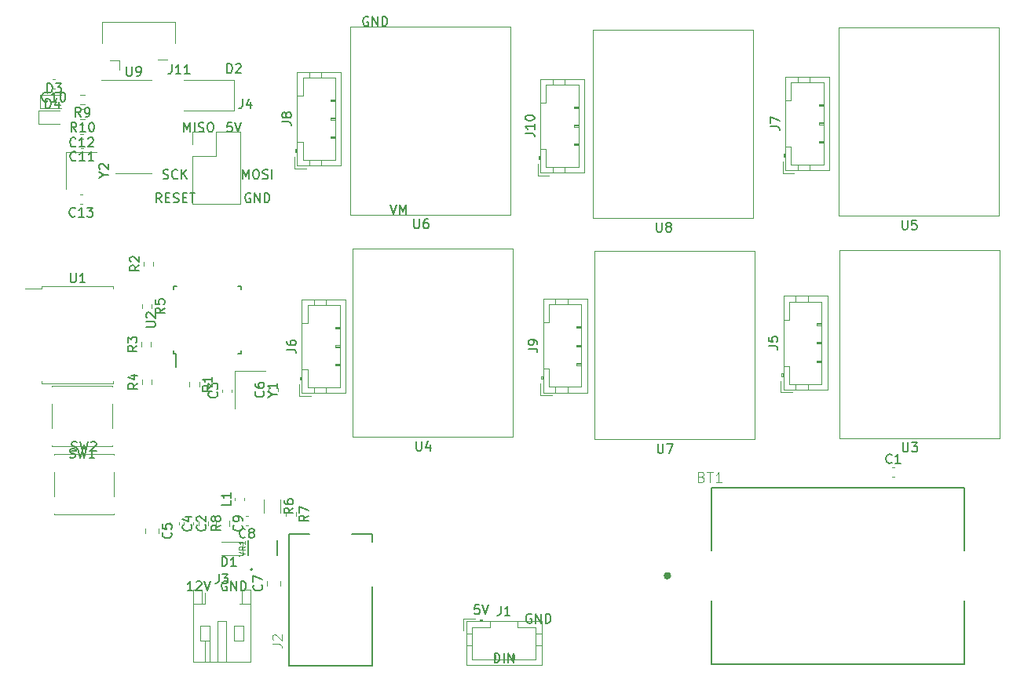
<source format=gbr>
%TF.GenerationSoftware,KiCad,Pcbnew,(5.1.9-0-10_14)*%
%TF.CreationDate,2021-07-17T11:43:53+08:00*%
%TF.ProjectId,Motor_clock,4d6f746f-725f-4636-9c6f-636b2e6b6963,rev?*%
%TF.SameCoordinates,Original*%
%TF.FileFunction,Legend,Top*%
%TF.FilePolarity,Positive*%
%FSLAX46Y46*%
G04 Gerber Fmt 4.6, Leading zero omitted, Abs format (unit mm)*
G04 Created by KiCad (PCBNEW (5.1.9-0-10_14)) date 2021-07-17 11:43:53*
%MOMM*%
%LPD*%
G01*
G04 APERTURE LIST*
%ADD10C,0.150000*%
%ADD11C,0.120000*%
%ADD12C,0.200000*%
%ADD13C,0.127000*%
%ADD14C,0.100000*%
%ADD15C,0.400000*%
%ADD16C,0.015000*%
G04 APERTURE END LIST*
D10*
X166700295Y-122385200D02*
X166605057Y-122337580D01*
X166462200Y-122337580D01*
X166319342Y-122385200D01*
X166224104Y-122480438D01*
X166176485Y-122575676D01*
X166128866Y-122766152D01*
X166128866Y-122909009D01*
X166176485Y-123099485D01*
X166224104Y-123194723D01*
X166319342Y-123289961D01*
X166462200Y-123337580D01*
X166557438Y-123337580D01*
X166700295Y-123289961D01*
X166747914Y-123242342D01*
X166747914Y-122909009D01*
X166557438Y-122909009D01*
X167176485Y-123337580D02*
X167176485Y-122337580D01*
X167747914Y-123337580D01*
X167747914Y-122337580D01*
X168224104Y-123337580D02*
X168224104Y-122337580D01*
X168462200Y-122337580D01*
X168605057Y-122385200D01*
X168700295Y-122480438D01*
X168747914Y-122575676D01*
X168795533Y-122766152D01*
X168795533Y-122909009D01*
X168747914Y-123099485D01*
X168700295Y-123194723D01*
X168605057Y-123289961D01*
X168462200Y-123337580D01*
X168224104Y-123337580D01*
X162729990Y-127579380D02*
X162729990Y-126579380D01*
X162968085Y-126579380D01*
X163110942Y-126627000D01*
X163206180Y-126722238D01*
X163253800Y-126817476D01*
X163301419Y-127007952D01*
X163301419Y-127150809D01*
X163253800Y-127341285D01*
X163206180Y-127436523D01*
X163110942Y-127531761D01*
X162968085Y-127579380D01*
X162729990Y-127579380D01*
X163729990Y-127579380D02*
X163729990Y-126579380D01*
X164206180Y-127579380D02*
X164206180Y-126579380D01*
X164777609Y-127579380D01*
X164777609Y-126579380D01*
X161099523Y-121372380D02*
X160623333Y-121372380D01*
X160575714Y-121848571D01*
X160623333Y-121800952D01*
X160718571Y-121753333D01*
X160956666Y-121753333D01*
X161051904Y-121800952D01*
X161099523Y-121848571D01*
X161147142Y-121943809D01*
X161147142Y-122181904D01*
X161099523Y-122277142D01*
X161051904Y-122324761D01*
X160956666Y-122372380D01*
X160718571Y-122372380D01*
X160623333Y-122324761D01*
X160575714Y-122277142D01*
X161432857Y-121372380D02*
X161766190Y-122372380D01*
X162099523Y-121372380D01*
X133858095Y-118880000D02*
X133762857Y-118832380D01*
X133620000Y-118832380D01*
X133477142Y-118880000D01*
X133381904Y-118975238D01*
X133334285Y-119070476D01*
X133286666Y-119260952D01*
X133286666Y-119403809D01*
X133334285Y-119594285D01*
X133381904Y-119689523D01*
X133477142Y-119784761D01*
X133620000Y-119832380D01*
X133715238Y-119832380D01*
X133858095Y-119784761D01*
X133905714Y-119737142D01*
X133905714Y-119403809D01*
X133715238Y-119403809D01*
X134334285Y-119832380D02*
X134334285Y-118832380D01*
X134905714Y-119832380D01*
X134905714Y-118832380D01*
X135381904Y-119832380D02*
X135381904Y-118832380D01*
X135620000Y-118832380D01*
X135762857Y-118880000D01*
X135858095Y-118975238D01*
X135905714Y-119070476D01*
X135953333Y-119260952D01*
X135953333Y-119403809D01*
X135905714Y-119594285D01*
X135858095Y-119689523D01*
X135762857Y-119784761D01*
X135620000Y-119832380D01*
X135381904Y-119832380D01*
X130190952Y-119832380D02*
X129619523Y-119832380D01*
X129905238Y-119832380D02*
X129905238Y-118832380D01*
X129810000Y-118975238D01*
X129714761Y-119070476D01*
X129619523Y-119118095D01*
X130571904Y-118927619D02*
X130619523Y-118880000D01*
X130714761Y-118832380D01*
X130952857Y-118832380D01*
X131048095Y-118880000D01*
X131095714Y-118927619D01*
X131143333Y-119022857D01*
X131143333Y-119118095D01*
X131095714Y-119260952D01*
X130524285Y-119832380D01*
X131143333Y-119832380D01*
X131429047Y-118832380D02*
X131762380Y-119832380D01*
X132095714Y-118832380D01*
X136398095Y-76970000D02*
X136302857Y-76922380D01*
X136160000Y-76922380D01*
X136017142Y-76970000D01*
X135921904Y-77065238D01*
X135874285Y-77160476D01*
X135826666Y-77350952D01*
X135826666Y-77493809D01*
X135874285Y-77684285D01*
X135921904Y-77779523D01*
X136017142Y-77874761D01*
X136160000Y-77922380D01*
X136255238Y-77922380D01*
X136398095Y-77874761D01*
X136445714Y-77827142D01*
X136445714Y-77493809D01*
X136255238Y-77493809D01*
X136874285Y-77922380D02*
X136874285Y-76922380D01*
X137445714Y-77922380D01*
X137445714Y-76922380D01*
X137921904Y-77922380D02*
X137921904Y-76922380D01*
X138160000Y-76922380D01*
X138302857Y-76970000D01*
X138398095Y-77065238D01*
X138445714Y-77160476D01*
X138493333Y-77350952D01*
X138493333Y-77493809D01*
X138445714Y-77684285D01*
X138398095Y-77779523D01*
X138302857Y-77874761D01*
X138160000Y-77922380D01*
X137921904Y-77922380D01*
X126817619Y-77922380D02*
X126484285Y-77446190D01*
X126246190Y-77922380D02*
X126246190Y-76922380D01*
X126627142Y-76922380D01*
X126722380Y-76970000D01*
X126770000Y-77017619D01*
X126817619Y-77112857D01*
X126817619Y-77255714D01*
X126770000Y-77350952D01*
X126722380Y-77398571D01*
X126627142Y-77446190D01*
X126246190Y-77446190D01*
X127246190Y-77398571D02*
X127579523Y-77398571D01*
X127722380Y-77922380D02*
X127246190Y-77922380D01*
X127246190Y-76922380D01*
X127722380Y-76922380D01*
X128103333Y-77874761D02*
X128246190Y-77922380D01*
X128484285Y-77922380D01*
X128579523Y-77874761D01*
X128627142Y-77827142D01*
X128674761Y-77731904D01*
X128674761Y-77636666D01*
X128627142Y-77541428D01*
X128579523Y-77493809D01*
X128484285Y-77446190D01*
X128293809Y-77398571D01*
X128198571Y-77350952D01*
X128150952Y-77303333D01*
X128103333Y-77208095D01*
X128103333Y-77112857D01*
X128150952Y-77017619D01*
X128198571Y-76970000D01*
X128293809Y-76922380D01*
X128531904Y-76922380D01*
X128674761Y-76970000D01*
X129103333Y-77398571D02*
X129436666Y-77398571D01*
X129579523Y-77922380D02*
X129103333Y-77922380D01*
X129103333Y-76922380D01*
X129579523Y-76922380D01*
X129865238Y-76922380D02*
X130436666Y-76922380D01*
X130150952Y-77922380D02*
X130150952Y-76922380D01*
X126984285Y-75334761D02*
X127127142Y-75382380D01*
X127365238Y-75382380D01*
X127460476Y-75334761D01*
X127508095Y-75287142D01*
X127555714Y-75191904D01*
X127555714Y-75096666D01*
X127508095Y-75001428D01*
X127460476Y-74953809D01*
X127365238Y-74906190D01*
X127174761Y-74858571D01*
X127079523Y-74810952D01*
X127031904Y-74763333D01*
X126984285Y-74668095D01*
X126984285Y-74572857D01*
X127031904Y-74477619D01*
X127079523Y-74430000D01*
X127174761Y-74382380D01*
X127412857Y-74382380D01*
X127555714Y-74430000D01*
X128555714Y-75287142D02*
X128508095Y-75334761D01*
X128365238Y-75382380D01*
X128270000Y-75382380D01*
X128127142Y-75334761D01*
X128031904Y-75239523D01*
X127984285Y-75144285D01*
X127936666Y-74953809D01*
X127936666Y-74810952D01*
X127984285Y-74620476D01*
X128031904Y-74525238D01*
X128127142Y-74430000D01*
X128270000Y-74382380D01*
X128365238Y-74382380D01*
X128508095Y-74430000D01*
X128555714Y-74477619D01*
X128984285Y-75382380D02*
X128984285Y-74382380D01*
X129555714Y-75382380D02*
X129127142Y-74810952D01*
X129555714Y-74382380D02*
X128984285Y-74953809D01*
X135588571Y-75382380D02*
X135588571Y-74382380D01*
X135921904Y-75096666D01*
X136255238Y-74382380D01*
X136255238Y-75382380D01*
X136921904Y-74382380D02*
X137112380Y-74382380D01*
X137207619Y-74430000D01*
X137302857Y-74525238D01*
X137350476Y-74715714D01*
X137350476Y-75049047D01*
X137302857Y-75239523D01*
X137207619Y-75334761D01*
X137112380Y-75382380D01*
X136921904Y-75382380D01*
X136826666Y-75334761D01*
X136731428Y-75239523D01*
X136683809Y-75049047D01*
X136683809Y-74715714D01*
X136731428Y-74525238D01*
X136826666Y-74430000D01*
X136921904Y-74382380D01*
X137731428Y-75334761D02*
X137874285Y-75382380D01*
X138112380Y-75382380D01*
X138207619Y-75334761D01*
X138255238Y-75287142D01*
X138302857Y-75191904D01*
X138302857Y-75096666D01*
X138255238Y-75001428D01*
X138207619Y-74953809D01*
X138112380Y-74906190D01*
X137921904Y-74858571D01*
X137826666Y-74810952D01*
X137779047Y-74763333D01*
X137731428Y-74668095D01*
X137731428Y-74572857D01*
X137779047Y-74477619D01*
X137826666Y-74430000D01*
X137921904Y-74382380D01*
X138160000Y-74382380D01*
X138302857Y-74430000D01*
X138731428Y-75382380D02*
X138731428Y-74382380D01*
X134429523Y-69302380D02*
X133953333Y-69302380D01*
X133905714Y-69778571D01*
X133953333Y-69730952D01*
X134048571Y-69683333D01*
X134286666Y-69683333D01*
X134381904Y-69730952D01*
X134429523Y-69778571D01*
X134477142Y-69873809D01*
X134477142Y-70111904D01*
X134429523Y-70207142D01*
X134381904Y-70254761D01*
X134286666Y-70302380D01*
X134048571Y-70302380D01*
X133953333Y-70254761D01*
X133905714Y-70207142D01*
X134762857Y-69302380D02*
X135096190Y-70302380D01*
X135429523Y-69302380D01*
X129238571Y-70302380D02*
X129238571Y-69302380D01*
X129571904Y-70016666D01*
X129905238Y-69302380D01*
X129905238Y-70302380D01*
X130381428Y-70302380D02*
X130381428Y-69302380D01*
X130810000Y-70254761D02*
X130952857Y-70302380D01*
X131190952Y-70302380D01*
X131286190Y-70254761D01*
X131333809Y-70207142D01*
X131381428Y-70111904D01*
X131381428Y-70016666D01*
X131333809Y-69921428D01*
X131286190Y-69873809D01*
X131190952Y-69826190D01*
X131000476Y-69778571D01*
X130905238Y-69730952D01*
X130857619Y-69683333D01*
X130810000Y-69588095D01*
X130810000Y-69492857D01*
X130857619Y-69397619D01*
X130905238Y-69350000D01*
X131000476Y-69302380D01*
X131238571Y-69302380D01*
X131381428Y-69350000D01*
X132000476Y-69302380D02*
X132190952Y-69302380D01*
X132286190Y-69350000D01*
X132381428Y-69445238D01*
X132429047Y-69635714D01*
X132429047Y-69969047D01*
X132381428Y-70159523D01*
X132286190Y-70254761D01*
X132190952Y-70302380D01*
X132000476Y-70302380D01*
X131905238Y-70254761D01*
X131810000Y-70159523D01*
X131762380Y-69969047D01*
X131762380Y-69635714D01*
X131810000Y-69445238D01*
X131905238Y-69350000D01*
X132000476Y-69302380D01*
X151495238Y-78192380D02*
X151828571Y-79192380D01*
X152161904Y-78192380D01*
X152495238Y-79192380D02*
X152495238Y-78192380D01*
X152828571Y-78906666D01*
X153161904Y-78192380D01*
X153161904Y-79192380D01*
X149098095Y-57920000D02*
X149002857Y-57872380D01*
X148860000Y-57872380D01*
X148717142Y-57920000D01*
X148621904Y-58015238D01*
X148574285Y-58110476D01*
X148526666Y-58300952D01*
X148526666Y-58443809D01*
X148574285Y-58634285D01*
X148621904Y-58729523D01*
X148717142Y-58824761D01*
X148860000Y-58872380D01*
X148955238Y-58872380D01*
X149098095Y-58824761D01*
X149145714Y-58777142D01*
X149145714Y-58443809D01*
X148955238Y-58443809D01*
X149574285Y-58872380D02*
X149574285Y-57872380D01*
X150145714Y-58872380D01*
X150145714Y-57872380D01*
X150621904Y-58872380D02*
X150621904Y-57872380D01*
X150860000Y-57872380D01*
X151002857Y-57920000D01*
X151098095Y-58015238D01*
X151145714Y-58110476D01*
X151193333Y-58300952D01*
X151193333Y-58443809D01*
X151145714Y-58634285D01*
X151098095Y-58729523D01*
X151002857Y-58824761D01*
X150860000Y-58872380D01*
X150621904Y-58872380D01*
D11*
%TO.C,R5*%
X125795300Y-88904542D02*
X125795300Y-89379058D01*
X124750300Y-88904542D02*
X124750300Y-89379058D01*
%TO.C,R2*%
X124877300Y-84780658D02*
X124877300Y-84306142D01*
X125922300Y-84780658D02*
X125922300Y-84306142D01*
%TO.C,C5*%
X126528500Y-113135248D02*
X126528500Y-113657752D01*
X125058500Y-113135248D02*
X125058500Y-113657752D01*
%TO.C,Y2*%
X116548000Y-72465000D02*
X116548000Y-76465000D01*
X119848000Y-72465000D02*
X116548000Y-72465000D01*
%TO.C,R10*%
X118538258Y-67867000D02*
X118063742Y-67867000D01*
X118538258Y-68912000D02*
X118063742Y-68912000D01*
%TO.C,R9*%
X118538258Y-66279500D02*
X118063742Y-66279500D01*
X118538258Y-67324500D02*
X118063742Y-67324500D01*
%TO.C,D4*%
X113602500Y-69442000D02*
X115887500Y-69442000D01*
X113602500Y-67972000D02*
X113602500Y-69442000D01*
X115887500Y-67972000D02*
X113602500Y-67972000D01*
%TO.C,D3*%
X113742000Y-67791000D02*
X116027000Y-67791000D01*
X113742000Y-66321000D02*
X113742000Y-67791000D01*
X116027000Y-66321000D02*
X113742000Y-66321000D01*
%TO.C,C13*%
X118301080Y-77087000D02*
X118019920Y-77087000D01*
X118301080Y-78107000D02*
X118019920Y-78107000D01*
%TO.C,C11*%
X118390580Y-71054500D02*
X118109420Y-71054500D01*
X118390580Y-72074500D02*
X118109420Y-72074500D01*
%TO.C,D2*%
X134623000Y-68007500D02*
X134623000Y-64707500D01*
X134623000Y-64707500D02*
X129223000Y-64707500D01*
X134623000Y-68007500D02*
X129223000Y-68007500D01*
%TO.C,Y1*%
X134709000Y-96150500D02*
X134709000Y-100150500D01*
X138009000Y-96150500D02*
X134709000Y-96150500D01*
D12*
%TO.C,VR1*%
X136634000Y-117574000D02*
G75*
G03*
X136634000Y-117574000I-100000J0D01*
G01*
D13*
X139299000Y-115974000D02*
X139299000Y-114374000D01*
X136169000Y-115974000D02*
X136169000Y-114374000D01*
D11*
%TO.C,U9*%
X123826500Y-64663000D02*
X120376500Y-64663000D01*
X123826500Y-64663000D02*
X125776500Y-64663000D01*
X123826500Y-74783000D02*
X121876500Y-74783000D01*
X123826500Y-74783000D02*
X125776500Y-74783000D01*
D10*
%TO.C,U2*%
X128362500Y-94239500D02*
X128362500Y-95664500D01*
X128137500Y-86989500D02*
X128137500Y-87314500D01*
X135387500Y-86989500D02*
X135387500Y-87314500D01*
X135387500Y-94239500D02*
X135387500Y-93914500D01*
X128137500Y-94239500D02*
X128137500Y-93914500D01*
X135387500Y-94239500D02*
X135062500Y-94239500D01*
X135387500Y-86989500D02*
X135062500Y-86989500D01*
X128137500Y-86989500D02*
X128462500Y-86989500D01*
X128137500Y-94239500D02*
X128362500Y-94239500D01*
D11*
%TO.C,U1*%
X113918000Y-87197000D02*
X112103000Y-87197000D01*
X113918000Y-86942000D02*
X113918000Y-87197000D01*
X117778000Y-86942000D02*
X113918000Y-86942000D01*
X121638000Y-86942000D02*
X121638000Y-87197000D01*
X117778000Y-86942000D02*
X121638000Y-86942000D01*
X113918000Y-97462000D02*
X113918000Y-97207000D01*
X117778000Y-97462000D02*
X113918000Y-97462000D01*
X121638000Y-97462000D02*
X121638000Y-97207000D01*
X117778000Y-97462000D02*
X121638000Y-97462000D01*
%TO.C,SW2*%
X115223000Y-111588500D02*
X121683000Y-111588500D01*
X115223000Y-107058500D02*
X115223000Y-109658500D01*
X115223000Y-105128500D02*
X121683000Y-105128500D01*
X121683000Y-107058500D02*
X121683000Y-109658500D01*
X115223000Y-105158500D02*
X115223000Y-105128500D01*
X115223000Y-111588500D02*
X115223000Y-111558500D01*
X121683000Y-111588500D02*
X121683000Y-111558500D01*
X121683000Y-105128500D02*
X121683000Y-105158500D01*
%TO.C,SW1*%
X121492500Y-97762500D02*
X115032500Y-97762500D01*
X121492500Y-102292500D02*
X121492500Y-99692500D01*
X121492500Y-104222500D02*
X115032500Y-104222500D01*
X115032500Y-102292500D02*
X115032500Y-99692500D01*
X121492500Y-104192500D02*
X121492500Y-104222500D01*
X121492500Y-97762500D02*
X121492500Y-97792500D01*
X115032500Y-97762500D02*
X115032500Y-97792500D01*
X115032500Y-104222500D02*
X115032500Y-104192500D01*
%TO.C,R8*%
X130795500Y-112348742D02*
X130795500Y-112823258D01*
X131840500Y-112348742D02*
X131840500Y-112823258D01*
%TO.C,R7*%
X140257000Y-111332742D02*
X140257000Y-111807258D01*
X141302000Y-111332742D02*
X141302000Y-111807258D01*
%TO.C,R6*%
X137837500Y-110014936D02*
X137837500Y-111469064D01*
X139657500Y-110014936D02*
X139657500Y-111469064D01*
%TO.C,R4*%
X125744500Y-97518758D02*
X125744500Y-97044242D01*
X124699500Y-97518758D02*
X124699500Y-97044242D01*
%TO.C,R3*%
X125681000Y-93454758D02*
X125681000Y-92980242D01*
X124636000Y-93454758D02*
X124636000Y-92980242D01*
%TO.C,R1*%
X129843000Y-97298742D02*
X129843000Y-97773258D01*
X130888000Y-97298742D02*
X130888000Y-97773258D01*
%TO.C,L1*%
X135765000Y-110119279D02*
X135765000Y-109793721D01*
X134745000Y-110119279D02*
X134745000Y-109793721D01*
D14*
%TO.C,J11*%
X120395500Y-58449000D02*
X120395500Y-60749000D01*
X128295500Y-58449000D02*
X120395500Y-58449000D01*
X128295500Y-60749000D02*
X128295500Y-58449000D01*
X126409976Y-62537539D02*
X127409976Y-62537539D01*
X122295500Y-63599000D02*
X122295500Y-62549000D01*
X122295500Y-62549000D02*
X121295500Y-62549000D01*
D11*
%TO.C,J10*%
X167371500Y-75004000D02*
X168621500Y-75004000D01*
X167371500Y-73754000D02*
X167371500Y-75004000D01*
X171781500Y-67644000D02*
X171281500Y-67644000D01*
X171281500Y-67544000D02*
X171781500Y-67544000D01*
X171281500Y-67744000D02*
X171281500Y-67544000D01*
X171781500Y-67744000D02*
X171281500Y-67744000D01*
X171781500Y-69644000D02*
X171281500Y-69644000D01*
X171281500Y-69544000D02*
X171781500Y-69544000D01*
X171281500Y-69744000D02*
X171281500Y-69544000D01*
X171781500Y-69744000D02*
X171281500Y-69744000D01*
X171781500Y-71644000D02*
X171281500Y-71644000D01*
X171281500Y-71544000D02*
X171781500Y-71544000D01*
X171281500Y-71744000D02*
X171281500Y-71544000D01*
X171781500Y-71744000D02*
X171281500Y-71744000D01*
X170281500Y-64584000D02*
X170281500Y-65194000D01*
X168981500Y-64584000D02*
X168981500Y-65194000D01*
X170281500Y-74704000D02*
X170281500Y-74094000D01*
X168981500Y-74704000D02*
X168981500Y-74094000D01*
X168281500Y-67144000D02*
X167671500Y-67144000D01*
X168281500Y-65194000D02*
X168281500Y-67144000D01*
X171781500Y-65194000D02*
X168281500Y-65194000D01*
X171781500Y-74094000D02*
X171781500Y-65194000D01*
X168281500Y-74094000D02*
X171781500Y-74094000D01*
X168281500Y-72144000D02*
X168281500Y-74094000D01*
X167671500Y-72144000D02*
X168281500Y-72144000D01*
X167571500Y-72944000D02*
X167571500Y-73244000D01*
X167471500Y-73244000D02*
X167671500Y-73244000D01*
X167471500Y-72944000D02*
X167471500Y-73244000D01*
X167671500Y-72944000D02*
X167471500Y-72944000D01*
X167671500Y-64584000D02*
X167671500Y-74704000D01*
X172391500Y-64584000D02*
X167671500Y-64584000D01*
X172391500Y-74704000D02*
X172391500Y-64584000D01*
X167671500Y-74704000D02*
X172391500Y-74704000D01*
%TO.C,J9*%
X167689000Y-98753000D02*
X168939000Y-98753000D01*
X167689000Y-97503000D02*
X167689000Y-98753000D01*
X172099000Y-91393000D02*
X171599000Y-91393000D01*
X171599000Y-91293000D02*
X172099000Y-91293000D01*
X171599000Y-91493000D02*
X171599000Y-91293000D01*
X172099000Y-91493000D02*
X171599000Y-91493000D01*
X172099000Y-93393000D02*
X171599000Y-93393000D01*
X171599000Y-93293000D02*
X172099000Y-93293000D01*
X171599000Y-93493000D02*
X171599000Y-93293000D01*
X172099000Y-93493000D02*
X171599000Y-93493000D01*
X172099000Y-95393000D02*
X171599000Y-95393000D01*
X171599000Y-95293000D02*
X172099000Y-95293000D01*
X171599000Y-95493000D02*
X171599000Y-95293000D01*
X172099000Y-95493000D02*
X171599000Y-95493000D01*
X170599000Y-88333000D02*
X170599000Y-88943000D01*
X169299000Y-88333000D02*
X169299000Y-88943000D01*
X170599000Y-98453000D02*
X170599000Y-97843000D01*
X169299000Y-98453000D02*
X169299000Y-97843000D01*
X168599000Y-90893000D02*
X167989000Y-90893000D01*
X168599000Y-88943000D02*
X168599000Y-90893000D01*
X172099000Y-88943000D02*
X168599000Y-88943000D01*
X172099000Y-97843000D02*
X172099000Y-88943000D01*
X168599000Y-97843000D02*
X172099000Y-97843000D01*
X168599000Y-95893000D02*
X168599000Y-97843000D01*
X167989000Y-95893000D02*
X168599000Y-95893000D01*
X167889000Y-96693000D02*
X167889000Y-96993000D01*
X167789000Y-96993000D02*
X167989000Y-96993000D01*
X167789000Y-96693000D02*
X167789000Y-96993000D01*
X167989000Y-96693000D02*
X167789000Y-96693000D01*
X167989000Y-88333000D02*
X167989000Y-98453000D01*
X172709000Y-88333000D02*
X167989000Y-88333000D01*
X172709000Y-98453000D02*
X172709000Y-88333000D01*
X167989000Y-98453000D02*
X172709000Y-98453000D01*
%TO.C,J8*%
X141146000Y-74242000D02*
X142396000Y-74242000D01*
X141146000Y-72992000D02*
X141146000Y-74242000D01*
X145556000Y-66882000D02*
X145056000Y-66882000D01*
X145056000Y-66782000D02*
X145556000Y-66782000D01*
X145056000Y-66982000D02*
X145056000Y-66782000D01*
X145556000Y-66982000D02*
X145056000Y-66982000D01*
X145556000Y-68882000D02*
X145056000Y-68882000D01*
X145056000Y-68782000D02*
X145556000Y-68782000D01*
X145056000Y-68982000D02*
X145056000Y-68782000D01*
X145556000Y-68982000D02*
X145056000Y-68982000D01*
X145556000Y-70882000D02*
X145056000Y-70882000D01*
X145056000Y-70782000D02*
X145556000Y-70782000D01*
X145056000Y-70982000D02*
X145056000Y-70782000D01*
X145556000Y-70982000D02*
X145056000Y-70982000D01*
X144056000Y-63822000D02*
X144056000Y-64432000D01*
X142756000Y-63822000D02*
X142756000Y-64432000D01*
X144056000Y-73942000D02*
X144056000Y-73332000D01*
X142756000Y-73942000D02*
X142756000Y-73332000D01*
X142056000Y-66382000D02*
X141446000Y-66382000D01*
X142056000Y-64432000D02*
X142056000Y-66382000D01*
X145556000Y-64432000D02*
X142056000Y-64432000D01*
X145556000Y-73332000D02*
X145556000Y-64432000D01*
X142056000Y-73332000D02*
X145556000Y-73332000D01*
X142056000Y-71382000D02*
X142056000Y-73332000D01*
X141446000Y-71382000D02*
X142056000Y-71382000D01*
X141346000Y-72182000D02*
X141346000Y-72482000D01*
X141246000Y-72482000D02*
X141446000Y-72482000D01*
X141246000Y-72182000D02*
X141246000Y-72482000D01*
X141446000Y-72182000D02*
X141246000Y-72182000D01*
X141446000Y-63822000D02*
X141446000Y-73942000D01*
X146166000Y-63822000D02*
X141446000Y-63822000D01*
X146166000Y-73942000D02*
X146166000Y-63822000D01*
X141446000Y-73942000D02*
X146166000Y-73942000D01*
%TO.C,J7*%
X193787500Y-74750000D02*
X195037500Y-74750000D01*
X193787500Y-73500000D02*
X193787500Y-74750000D01*
X198197500Y-67390000D02*
X197697500Y-67390000D01*
X197697500Y-67290000D02*
X198197500Y-67290000D01*
X197697500Y-67490000D02*
X197697500Y-67290000D01*
X198197500Y-67490000D02*
X197697500Y-67490000D01*
X198197500Y-69390000D02*
X197697500Y-69390000D01*
X197697500Y-69290000D02*
X198197500Y-69290000D01*
X197697500Y-69490000D02*
X197697500Y-69290000D01*
X198197500Y-69490000D02*
X197697500Y-69490000D01*
X198197500Y-71390000D02*
X197697500Y-71390000D01*
X197697500Y-71290000D02*
X198197500Y-71290000D01*
X197697500Y-71490000D02*
X197697500Y-71290000D01*
X198197500Y-71490000D02*
X197697500Y-71490000D01*
X196697500Y-64330000D02*
X196697500Y-64940000D01*
X195397500Y-64330000D02*
X195397500Y-64940000D01*
X196697500Y-74450000D02*
X196697500Y-73840000D01*
X195397500Y-74450000D02*
X195397500Y-73840000D01*
X194697500Y-66890000D02*
X194087500Y-66890000D01*
X194697500Y-64940000D02*
X194697500Y-66890000D01*
X198197500Y-64940000D02*
X194697500Y-64940000D01*
X198197500Y-73840000D02*
X198197500Y-64940000D01*
X194697500Y-73840000D02*
X198197500Y-73840000D01*
X194697500Y-71890000D02*
X194697500Y-73840000D01*
X194087500Y-71890000D02*
X194697500Y-71890000D01*
X193987500Y-72690000D02*
X193987500Y-72990000D01*
X193887500Y-72990000D02*
X194087500Y-72990000D01*
X193887500Y-72690000D02*
X193887500Y-72990000D01*
X194087500Y-72690000D02*
X193887500Y-72690000D01*
X194087500Y-64330000D02*
X194087500Y-74450000D01*
X198807500Y-64330000D02*
X194087500Y-64330000D01*
X198807500Y-74450000D02*
X198807500Y-64330000D01*
X194087500Y-74450000D02*
X198807500Y-74450000D01*
%TO.C,J6*%
X141654000Y-98816500D02*
X142904000Y-98816500D01*
X141654000Y-97566500D02*
X141654000Y-98816500D01*
X146064000Y-91456500D02*
X145564000Y-91456500D01*
X145564000Y-91356500D02*
X146064000Y-91356500D01*
X145564000Y-91556500D02*
X145564000Y-91356500D01*
X146064000Y-91556500D02*
X145564000Y-91556500D01*
X146064000Y-93456500D02*
X145564000Y-93456500D01*
X145564000Y-93356500D02*
X146064000Y-93356500D01*
X145564000Y-93556500D02*
X145564000Y-93356500D01*
X146064000Y-93556500D02*
X145564000Y-93556500D01*
X146064000Y-95456500D02*
X145564000Y-95456500D01*
X145564000Y-95356500D02*
X146064000Y-95356500D01*
X145564000Y-95556500D02*
X145564000Y-95356500D01*
X146064000Y-95556500D02*
X145564000Y-95556500D01*
X144564000Y-88396500D02*
X144564000Y-89006500D01*
X143264000Y-88396500D02*
X143264000Y-89006500D01*
X144564000Y-98516500D02*
X144564000Y-97906500D01*
X143264000Y-98516500D02*
X143264000Y-97906500D01*
X142564000Y-90956500D02*
X141954000Y-90956500D01*
X142564000Y-89006500D02*
X142564000Y-90956500D01*
X146064000Y-89006500D02*
X142564000Y-89006500D01*
X146064000Y-97906500D02*
X146064000Y-89006500D01*
X142564000Y-97906500D02*
X146064000Y-97906500D01*
X142564000Y-95956500D02*
X142564000Y-97906500D01*
X141954000Y-95956500D02*
X142564000Y-95956500D01*
X141854000Y-96756500D02*
X141854000Y-97056500D01*
X141754000Y-97056500D02*
X141954000Y-97056500D01*
X141754000Y-96756500D02*
X141754000Y-97056500D01*
X141954000Y-96756500D02*
X141754000Y-96756500D01*
X141954000Y-88396500D02*
X141954000Y-98516500D01*
X146674000Y-88396500D02*
X141954000Y-88396500D01*
X146674000Y-98516500D02*
X146674000Y-88396500D01*
X141954000Y-98516500D02*
X146674000Y-98516500D01*
%TO.C,J5*%
X193597000Y-98435500D02*
X194847000Y-98435500D01*
X193597000Y-97185500D02*
X193597000Y-98435500D01*
X198007000Y-91075500D02*
X197507000Y-91075500D01*
X197507000Y-90975500D02*
X198007000Y-90975500D01*
X197507000Y-91175500D02*
X197507000Y-90975500D01*
X198007000Y-91175500D02*
X197507000Y-91175500D01*
X198007000Y-93075500D02*
X197507000Y-93075500D01*
X197507000Y-92975500D02*
X198007000Y-92975500D01*
X197507000Y-93175500D02*
X197507000Y-92975500D01*
X198007000Y-93175500D02*
X197507000Y-93175500D01*
X198007000Y-95075500D02*
X197507000Y-95075500D01*
X197507000Y-94975500D02*
X198007000Y-94975500D01*
X197507000Y-95175500D02*
X197507000Y-94975500D01*
X198007000Y-95175500D02*
X197507000Y-95175500D01*
X196507000Y-88015500D02*
X196507000Y-88625500D01*
X195207000Y-88015500D02*
X195207000Y-88625500D01*
X196507000Y-98135500D02*
X196507000Y-97525500D01*
X195207000Y-98135500D02*
X195207000Y-97525500D01*
X194507000Y-90575500D02*
X193897000Y-90575500D01*
X194507000Y-88625500D02*
X194507000Y-90575500D01*
X198007000Y-88625500D02*
X194507000Y-88625500D01*
X198007000Y-97525500D02*
X198007000Y-88625500D01*
X194507000Y-97525500D02*
X198007000Y-97525500D01*
X194507000Y-95575500D02*
X194507000Y-97525500D01*
X193897000Y-95575500D02*
X194507000Y-95575500D01*
X193797000Y-96375500D02*
X193797000Y-96675500D01*
X193697000Y-96675500D02*
X193897000Y-96675500D01*
X193697000Y-96375500D02*
X193697000Y-96675500D01*
X193897000Y-96375500D02*
X193697000Y-96375500D01*
X193897000Y-88015500D02*
X193897000Y-98135500D01*
X198617000Y-88015500D02*
X193897000Y-88015500D01*
X198617000Y-98135500D02*
X198617000Y-88015500D01*
X193897000Y-98135500D02*
X198617000Y-98135500D01*
%TO.C,J4*%
X130115000Y-70298000D02*
X131445000Y-70298000D01*
X130115000Y-71628000D02*
X130115000Y-70298000D01*
X132715000Y-70298000D02*
X135315000Y-70298000D01*
X132715000Y-72898000D02*
X132715000Y-70298000D01*
X130115000Y-72898000D02*
X132715000Y-72898000D01*
X135315000Y-70298000D02*
X135315000Y-78038000D01*
X130115000Y-72898000D02*
X130115000Y-78038000D01*
X130115000Y-78038000D02*
X135315000Y-78038000D01*
%TO.C,J3*%
X131474000Y-121298000D02*
X131474000Y-120083000D01*
X131534000Y-125258000D02*
X131534000Y-127518000D01*
X132034000Y-125258000D02*
X132034000Y-127518000D01*
X134634000Y-123658000D02*
X135634000Y-123658000D01*
X134634000Y-125258000D02*
X134634000Y-123658000D01*
X135634000Y-125258000D02*
X134634000Y-125258000D01*
X135634000Y-123658000D02*
X135634000Y-125258000D01*
X132034000Y-123658000D02*
X131034000Y-123658000D01*
X132034000Y-125258000D02*
X132034000Y-123658000D01*
X131034000Y-125258000D02*
X132034000Y-125258000D01*
X131034000Y-123658000D02*
X131034000Y-125258000D01*
X136394000Y-121298000D02*
X135474000Y-121298000D01*
X130274000Y-121298000D02*
X131194000Y-121298000D01*
X133834000Y-123158000D02*
X133834000Y-127518000D01*
X132834000Y-123158000D02*
X133834000Y-123158000D01*
X132834000Y-127518000D02*
X132834000Y-123158000D01*
X135474000Y-121298000D02*
X135194000Y-121298000D01*
X135474000Y-119698000D02*
X135474000Y-121298000D01*
X136394000Y-119698000D02*
X135474000Y-119698000D01*
X136394000Y-127518000D02*
X136394000Y-119698000D01*
X130274000Y-127518000D02*
X136394000Y-127518000D01*
X130274000Y-119698000D02*
X130274000Y-127518000D01*
X131194000Y-119698000D02*
X130274000Y-119698000D01*
X131194000Y-121298000D02*
X131194000Y-119698000D01*
X131474000Y-121298000D02*
X131194000Y-121298000D01*
%TO.C,J1*%
X159375000Y-122858000D02*
X159375000Y-124108000D01*
X160625000Y-122858000D02*
X159375000Y-122858000D01*
X164735000Y-127268000D02*
X164735000Y-126768000D01*
X164835000Y-126768000D02*
X164835000Y-127268000D01*
X164635000Y-126768000D02*
X164835000Y-126768000D01*
X164635000Y-127268000D02*
X164635000Y-126768000D01*
X162735000Y-127268000D02*
X162735000Y-126768000D01*
X162835000Y-126768000D02*
X162835000Y-127268000D01*
X162635000Y-126768000D02*
X162835000Y-126768000D01*
X162635000Y-127268000D02*
X162635000Y-126768000D01*
X167795000Y-125768000D02*
X167185000Y-125768000D01*
X167795000Y-124468000D02*
X167185000Y-124468000D01*
X159675000Y-125768000D02*
X160285000Y-125768000D01*
X159675000Y-124468000D02*
X160285000Y-124468000D01*
X165235000Y-123768000D02*
X165235000Y-123158000D01*
X167185000Y-123768000D02*
X165235000Y-123768000D01*
X167185000Y-127268000D02*
X167185000Y-123768000D01*
X160285000Y-127268000D02*
X167185000Y-127268000D01*
X160285000Y-123768000D02*
X160285000Y-127268000D01*
X162235000Y-123768000D02*
X160285000Y-123768000D01*
X162235000Y-123158000D02*
X162235000Y-123768000D01*
X161435000Y-123058000D02*
X161135000Y-123058000D01*
X161135000Y-122958000D02*
X161135000Y-123158000D01*
X161435000Y-122958000D02*
X161135000Y-122958000D01*
X161435000Y-123158000D02*
X161435000Y-122958000D01*
X167795000Y-123158000D02*
X159675000Y-123158000D01*
X167795000Y-127878000D02*
X167795000Y-123158000D01*
X159675000Y-127878000D02*
X167795000Y-127878000D01*
X159675000Y-123158000D02*
X159675000Y-127878000D01*
%TO.C,D1*%
X135571500Y-114581000D02*
X133286500Y-114581000D01*
X135571500Y-116051000D02*
X135571500Y-114581000D01*
X133286500Y-116051000D02*
X135571500Y-116051000D01*
%TO.C,C12*%
X118364580Y-69530500D02*
X118083420Y-69530500D01*
X118364580Y-70550500D02*
X118083420Y-70550500D01*
%TO.C,C10*%
X115342580Y-64641000D02*
X115061420Y-64641000D01*
X115342580Y-65661000D02*
X115061420Y-65661000D01*
%TO.C,C9*%
X132678500Y-112326748D02*
X132678500Y-112849252D01*
X134148500Y-112326748D02*
X134148500Y-112849252D01*
%TO.C,C8*%
X136170580Y-111758000D02*
X135889420Y-111758000D01*
X136170580Y-112778000D02*
X135889420Y-112778000D01*
%TO.C,C7*%
X139673000Y-119321252D02*
X139673000Y-118798748D01*
X138203000Y-119321252D02*
X138203000Y-118798748D01*
%TO.C,C6*%
X139384500Y-98298580D02*
X139384500Y-98017420D01*
X138364500Y-98298580D02*
X138364500Y-98017420D01*
%TO.C,C4*%
X127696500Y-112431920D02*
X127696500Y-112713080D01*
X128716500Y-112431920D02*
X128716500Y-112713080D01*
%TO.C,C3*%
X134368000Y-98388080D02*
X134368000Y-98106920D01*
X133348000Y-98388080D02*
X133348000Y-98106920D01*
%TO.C,C2*%
X129220500Y-112431920D02*
X129220500Y-112713080D01*
X130240500Y-112431920D02*
X130240500Y-112713080D01*
%TO.C,C1*%
X205586420Y-107571000D02*
X205867580Y-107571000D01*
X205586420Y-106551000D02*
X205867580Y-106551000D01*
D15*
%TO.C,BT1*%
X181570000Y-118237000D02*
G75*
G03*
X181570000Y-118237000I-200000J0D01*
G01*
D13*
X186095000Y-127762000D02*
X186095000Y-120957000D01*
X213395000Y-127762000D02*
X186095000Y-127762000D01*
X213395000Y-120957000D02*
X213395000Y-127762000D01*
X213395000Y-108712000D02*
X213395000Y-115517000D01*
X186095000Y-108712000D02*
X213395000Y-108712000D01*
X186095000Y-115517000D02*
X186095000Y-108712000D01*
D11*
%TO.C,U3*%
X217170000Y-103378000D02*
X199898000Y-103378000D01*
X199898000Y-103378000D02*
X199898000Y-83058000D01*
X199898000Y-83058000D02*
X217170000Y-83058000D01*
X217170000Y-83058000D02*
X217170000Y-103378000D01*
%TO.C,U4*%
X164719000Y-103251000D02*
X147447000Y-103251000D01*
X147447000Y-103251000D02*
X147447000Y-82931000D01*
X147447000Y-82931000D02*
X164719000Y-82931000D01*
X164719000Y-82931000D02*
X164719000Y-103251000D01*
%TO.C,U5*%
X217106500Y-59055000D02*
X217106500Y-79375000D01*
X199834500Y-59055000D02*
X217106500Y-59055000D01*
X199834500Y-79375000D02*
X199834500Y-59055000D01*
X217106500Y-79375000D02*
X199834500Y-79375000D01*
%TO.C,U6*%
X164465000Y-58928000D02*
X164465000Y-79248000D01*
X147193000Y-58928000D02*
X164465000Y-58928000D01*
X147193000Y-79248000D02*
X147193000Y-58928000D01*
X164465000Y-79248000D02*
X147193000Y-79248000D01*
%TO.C,U7*%
X190754000Y-103505000D02*
X173482000Y-103505000D01*
X173482000Y-103505000D02*
X173482000Y-83185000D01*
X173482000Y-83185000D02*
X190754000Y-83185000D01*
X190754000Y-83185000D02*
X190754000Y-103505000D01*
%TO.C,U8*%
X190627000Y-59309000D02*
X190627000Y-79629000D01*
X173355000Y-59309000D02*
X190627000Y-59309000D01*
X173355000Y-79629000D02*
X173355000Y-59309000D01*
X190627000Y-79629000D02*
X173355000Y-79629000D01*
D13*
%TO.C,J2*%
X149534000Y-127990500D02*
X140534000Y-127990500D01*
X149534000Y-119390500D02*
X149534000Y-127990500D01*
X149534000Y-113690500D02*
X149534000Y-114590500D01*
X147334000Y-113690500D02*
X149534000Y-113690500D01*
X140534000Y-113690500D02*
X142734000Y-113690500D01*
X140534000Y-127990500D02*
X140534000Y-113690500D01*
%TO.C,R5*%
D10*
X127155180Y-89308466D02*
X126678990Y-89641800D01*
X127155180Y-89879895D02*
X126155180Y-89879895D01*
X126155180Y-89498942D01*
X126202800Y-89403704D01*
X126250419Y-89356085D01*
X126345657Y-89308466D01*
X126488514Y-89308466D01*
X126583752Y-89356085D01*
X126631371Y-89403704D01*
X126678990Y-89498942D01*
X126678990Y-89879895D01*
X126155180Y-88403704D02*
X126155180Y-88879895D01*
X126631371Y-88927514D01*
X126583752Y-88879895D01*
X126536133Y-88784657D01*
X126536133Y-88546561D01*
X126583752Y-88451323D01*
X126631371Y-88403704D01*
X126726609Y-88356085D01*
X126964704Y-88356085D01*
X127059942Y-88403704D01*
X127107561Y-88451323D01*
X127155180Y-88546561D01*
X127155180Y-88784657D01*
X127107561Y-88879895D01*
X127059942Y-88927514D01*
%TO.C,R2*%
X124422180Y-84710066D02*
X123945990Y-85043400D01*
X124422180Y-85281495D02*
X123422180Y-85281495D01*
X123422180Y-84900542D01*
X123469800Y-84805304D01*
X123517419Y-84757685D01*
X123612657Y-84710066D01*
X123755514Y-84710066D01*
X123850752Y-84757685D01*
X123898371Y-84805304D01*
X123945990Y-84900542D01*
X123945990Y-85281495D01*
X123517419Y-84329114D02*
X123469800Y-84281495D01*
X123422180Y-84186257D01*
X123422180Y-83948161D01*
X123469800Y-83852923D01*
X123517419Y-83805304D01*
X123612657Y-83757685D01*
X123707895Y-83757685D01*
X123850752Y-83805304D01*
X124422180Y-84376733D01*
X124422180Y-83757685D01*
%TO.C,C5*%
X127830642Y-113563166D02*
X127878261Y-113610785D01*
X127925880Y-113753642D01*
X127925880Y-113848880D01*
X127878261Y-113991738D01*
X127783023Y-114086976D01*
X127687785Y-114134595D01*
X127497309Y-114182214D01*
X127354452Y-114182214D01*
X127163976Y-114134595D01*
X127068738Y-114086976D01*
X126973500Y-113991738D01*
X126925880Y-113848880D01*
X126925880Y-113753642D01*
X126973500Y-113610785D01*
X127021119Y-113563166D01*
X126925880Y-112658404D02*
X126925880Y-113134595D01*
X127402071Y-113182214D01*
X127354452Y-113134595D01*
X127306833Y-113039357D01*
X127306833Y-112801261D01*
X127354452Y-112706023D01*
X127402071Y-112658404D01*
X127497309Y-112610785D01*
X127735404Y-112610785D01*
X127830642Y-112658404D01*
X127878261Y-112706023D01*
X127925880Y-112801261D01*
X127925880Y-113039357D01*
X127878261Y-113134595D01*
X127830642Y-113182214D01*
%TO.C,Y2*%
X120624190Y-74941190D02*
X121100380Y-74941190D01*
X120100380Y-75274523D02*
X120624190Y-74941190D01*
X120100380Y-74607857D01*
X120195619Y-74322142D02*
X120148000Y-74274523D01*
X120100380Y-74179285D01*
X120100380Y-73941190D01*
X120148000Y-73845952D01*
X120195619Y-73798333D01*
X120290857Y-73750714D01*
X120386095Y-73750714D01*
X120528952Y-73798333D01*
X121100380Y-74369761D01*
X121100380Y-73750714D01*
%TO.C,R10*%
X117658142Y-70271880D02*
X117324809Y-69795690D01*
X117086714Y-70271880D02*
X117086714Y-69271880D01*
X117467666Y-69271880D01*
X117562904Y-69319500D01*
X117610523Y-69367119D01*
X117658142Y-69462357D01*
X117658142Y-69605214D01*
X117610523Y-69700452D01*
X117562904Y-69748071D01*
X117467666Y-69795690D01*
X117086714Y-69795690D01*
X118610523Y-70271880D02*
X118039095Y-70271880D01*
X118324809Y-70271880D02*
X118324809Y-69271880D01*
X118229571Y-69414738D01*
X118134333Y-69509976D01*
X118039095Y-69557595D01*
X119229571Y-69271880D02*
X119324809Y-69271880D01*
X119420047Y-69319500D01*
X119467666Y-69367119D01*
X119515285Y-69462357D01*
X119562904Y-69652833D01*
X119562904Y-69890928D01*
X119515285Y-70081404D01*
X119467666Y-70176642D01*
X119420047Y-70224261D01*
X119324809Y-70271880D01*
X119229571Y-70271880D01*
X119134333Y-70224261D01*
X119086714Y-70176642D01*
X119039095Y-70081404D01*
X118991476Y-69890928D01*
X118991476Y-69652833D01*
X119039095Y-69462357D01*
X119086714Y-69367119D01*
X119134333Y-69319500D01*
X119229571Y-69271880D01*
%TO.C,R9*%
X118134333Y-68684380D02*
X117801000Y-68208190D01*
X117562904Y-68684380D02*
X117562904Y-67684380D01*
X117943857Y-67684380D01*
X118039095Y-67732000D01*
X118086714Y-67779619D01*
X118134333Y-67874857D01*
X118134333Y-68017714D01*
X118086714Y-68112952D01*
X118039095Y-68160571D01*
X117943857Y-68208190D01*
X117562904Y-68208190D01*
X118610523Y-68684380D02*
X118801000Y-68684380D01*
X118896238Y-68636761D01*
X118943857Y-68589142D01*
X119039095Y-68446285D01*
X119086714Y-68255809D01*
X119086714Y-67874857D01*
X119039095Y-67779619D01*
X118991476Y-67732000D01*
X118896238Y-67684380D01*
X118705761Y-67684380D01*
X118610523Y-67732000D01*
X118562904Y-67779619D01*
X118515285Y-67874857D01*
X118515285Y-68112952D01*
X118562904Y-68208190D01*
X118610523Y-68255809D01*
X118705761Y-68303428D01*
X118896238Y-68303428D01*
X118991476Y-68255809D01*
X119039095Y-68208190D01*
X119086714Y-68112952D01*
%TO.C,D4*%
X114349404Y-67729380D02*
X114349404Y-66729380D01*
X114587500Y-66729380D01*
X114730357Y-66777000D01*
X114825595Y-66872238D01*
X114873214Y-66967476D01*
X114920833Y-67157952D01*
X114920833Y-67300809D01*
X114873214Y-67491285D01*
X114825595Y-67586523D01*
X114730357Y-67681761D01*
X114587500Y-67729380D01*
X114349404Y-67729380D01*
X115777976Y-67062714D02*
X115777976Y-67729380D01*
X115539880Y-66681761D02*
X115301785Y-67396047D01*
X115920833Y-67396047D01*
%TO.C,D3*%
X114488904Y-66078380D02*
X114488904Y-65078380D01*
X114727000Y-65078380D01*
X114869857Y-65126000D01*
X114965095Y-65221238D01*
X115012714Y-65316476D01*
X115060333Y-65506952D01*
X115060333Y-65649809D01*
X115012714Y-65840285D01*
X114965095Y-65935523D01*
X114869857Y-66030761D01*
X114727000Y-66078380D01*
X114488904Y-66078380D01*
X115393666Y-65078380D02*
X116012714Y-65078380D01*
X115679380Y-65459333D01*
X115822238Y-65459333D01*
X115917476Y-65506952D01*
X115965095Y-65554571D01*
X116012714Y-65649809D01*
X116012714Y-65887904D01*
X115965095Y-65983142D01*
X115917476Y-66030761D01*
X115822238Y-66078380D01*
X115536523Y-66078380D01*
X115441285Y-66030761D01*
X115393666Y-65983142D01*
%TO.C,C13*%
X117517642Y-79384142D02*
X117470023Y-79431761D01*
X117327166Y-79479380D01*
X117231928Y-79479380D01*
X117089071Y-79431761D01*
X116993833Y-79336523D01*
X116946214Y-79241285D01*
X116898595Y-79050809D01*
X116898595Y-78907952D01*
X116946214Y-78717476D01*
X116993833Y-78622238D01*
X117089071Y-78527000D01*
X117231928Y-78479380D01*
X117327166Y-78479380D01*
X117470023Y-78527000D01*
X117517642Y-78574619D01*
X118470023Y-79479380D02*
X117898595Y-79479380D01*
X118184309Y-79479380D02*
X118184309Y-78479380D01*
X118089071Y-78622238D01*
X117993833Y-78717476D01*
X117898595Y-78765095D01*
X118803357Y-78479380D02*
X119422404Y-78479380D01*
X119089071Y-78860333D01*
X119231928Y-78860333D01*
X119327166Y-78907952D01*
X119374785Y-78955571D01*
X119422404Y-79050809D01*
X119422404Y-79288904D01*
X119374785Y-79384142D01*
X119327166Y-79431761D01*
X119231928Y-79479380D01*
X118946214Y-79479380D01*
X118850976Y-79431761D01*
X118803357Y-79384142D01*
%TO.C,C11*%
X117607142Y-73351642D02*
X117559523Y-73399261D01*
X117416666Y-73446880D01*
X117321428Y-73446880D01*
X117178571Y-73399261D01*
X117083333Y-73304023D01*
X117035714Y-73208785D01*
X116988095Y-73018309D01*
X116988095Y-72875452D01*
X117035714Y-72684976D01*
X117083333Y-72589738D01*
X117178571Y-72494500D01*
X117321428Y-72446880D01*
X117416666Y-72446880D01*
X117559523Y-72494500D01*
X117607142Y-72542119D01*
X118559523Y-73446880D02*
X117988095Y-73446880D01*
X118273809Y-73446880D02*
X118273809Y-72446880D01*
X118178571Y-72589738D01*
X118083333Y-72684976D01*
X117988095Y-72732595D01*
X119511904Y-73446880D02*
X118940476Y-73446880D01*
X119226190Y-73446880D02*
X119226190Y-72446880D01*
X119130952Y-72589738D01*
X119035714Y-72684976D01*
X118940476Y-72732595D01*
%TO.C,D2*%
X133881904Y-63952380D02*
X133881904Y-62952380D01*
X134120000Y-62952380D01*
X134262857Y-63000000D01*
X134358095Y-63095238D01*
X134405714Y-63190476D01*
X134453333Y-63380952D01*
X134453333Y-63523809D01*
X134405714Y-63714285D01*
X134358095Y-63809523D01*
X134262857Y-63904761D01*
X134120000Y-63952380D01*
X133881904Y-63952380D01*
X134834285Y-63047619D02*
X134881904Y-63000000D01*
X134977142Y-62952380D01*
X135215238Y-62952380D01*
X135310476Y-63000000D01*
X135358095Y-63047619D01*
X135405714Y-63142857D01*
X135405714Y-63238095D01*
X135358095Y-63380952D01*
X134786666Y-63952380D01*
X135405714Y-63952380D01*
%TO.C,Y1*%
X138785190Y-98626690D02*
X139261380Y-98626690D01*
X138261380Y-98960023D02*
X138785190Y-98626690D01*
X138261380Y-98293357D01*
X139261380Y-97436214D02*
X139261380Y-98007642D01*
X139261380Y-97721928D02*
X138261380Y-97721928D01*
X138404238Y-97817166D01*
X138499476Y-97912404D01*
X138547095Y-98007642D01*
%TO.C,VR1*%
D16*
X135177123Y-116080095D02*
X135817123Y-115866761D01*
X135177123Y-115653428D01*
X135817123Y-115074380D02*
X135512361Y-115287714D01*
X135817123Y-115440095D02*
X135177123Y-115440095D01*
X135177123Y-115196285D01*
X135207600Y-115135333D01*
X135238076Y-115104857D01*
X135299028Y-115074380D01*
X135390457Y-115074380D01*
X135451409Y-115104857D01*
X135481885Y-115135333D01*
X135512361Y-115196285D01*
X135512361Y-115440095D01*
X135817123Y-114464857D02*
X135817123Y-114830571D01*
X135817123Y-114647714D02*
X135177123Y-114647714D01*
X135268552Y-114708666D01*
X135329504Y-114769619D01*
X135359980Y-114830571D01*
%TO.C,U9*%
D10*
X123064595Y-63275380D02*
X123064595Y-64084904D01*
X123112214Y-64180142D01*
X123159833Y-64227761D01*
X123255071Y-64275380D01*
X123445547Y-64275380D01*
X123540785Y-64227761D01*
X123588404Y-64180142D01*
X123636023Y-64084904D01*
X123636023Y-63275380D01*
X124159833Y-64275380D02*
X124350309Y-64275380D01*
X124445547Y-64227761D01*
X124493166Y-64180142D01*
X124588404Y-64037285D01*
X124636023Y-63846809D01*
X124636023Y-63465857D01*
X124588404Y-63370619D01*
X124540785Y-63323000D01*
X124445547Y-63275380D01*
X124255071Y-63275380D01*
X124159833Y-63323000D01*
X124112214Y-63370619D01*
X124064595Y-63465857D01*
X124064595Y-63703952D01*
X124112214Y-63799190D01*
X124159833Y-63846809D01*
X124255071Y-63894428D01*
X124445547Y-63894428D01*
X124540785Y-63846809D01*
X124588404Y-63799190D01*
X124636023Y-63703952D01*
%TO.C,U2*%
X125164880Y-91376404D02*
X125974404Y-91376404D01*
X126069642Y-91328785D01*
X126117261Y-91281166D01*
X126164880Y-91185928D01*
X126164880Y-90995452D01*
X126117261Y-90900214D01*
X126069642Y-90852595D01*
X125974404Y-90804976D01*
X125164880Y-90804976D01*
X125260119Y-90376404D02*
X125212500Y-90328785D01*
X125164880Y-90233547D01*
X125164880Y-89995452D01*
X125212500Y-89900214D01*
X125260119Y-89852595D01*
X125355357Y-89804976D01*
X125450595Y-89804976D01*
X125593452Y-89852595D01*
X126164880Y-90424023D01*
X126164880Y-89804976D01*
%TO.C,U1*%
X117016095Y-85554380D02*
X117016095Y-86363904D01*
X117063714Y-86459142D01*
X117111333Y-86506761D01*
X117206571Y-86554380D01*
X117397047Y-86554380D01*
X117492285Y-86506761D01*
X117539904Y-86459142D01*
X117587523Y-86363904D01*
X117587523Y-85554380D01*
X118587523Y-86554380D02*
X118016095Y-86554380D01*
X118301809Y-86554380D02*
X118301809Y-85554380D01*
X118206571Y-85697238D01*
X118111333Y-85792476D01*
X118016095Y-85840095D01*
%TO.C,SW2*%
X117119666Y-104713261D02*
X117262523Y-104760880D01*
X117500619Y-104760880D01*
X117595857Y-104713261D01*
X117643476Y-104665642D01*
X117691095Y-104570404D01*
X117691095Y-104475166D01*
X117643476Y-104379928D01*
X117595857Y-104332309D01*
X117500619Y-104284690D01*
X117310142Y-104237071D01*
X117214904Y-104189452D01*
X117167285Y-104141833D01*
X117119666Y-104046595D01*
X117119666Y-103951357D01*
X117167285Y-103856119D01*
X117214904Y-103808500D01*
X117310142Y-103760880D01*
X117548238Y-103760880D01*
X117691095Y-103808500D01*
X118024428Y-103760880D02*
X118262523Y-104760880D01*
X118453000Y-104046595D01*
X118643476Y-104760880D01*
X118881571Y-103760880D01*
X119214904Y-103856119D02*
X119262523Y-103808500D01*
X119357761Y-103760880D01*
X119595857Y-103760880D01*
X119691095Y-103808500D01*
X119738714Y-103856119D01*
X119786333Y-103951357D01*
X119786333Y-104046595D01*
X119738714Y-104189452D01*
X119167285Y-104760880D01*
X119786333Y-104760880D01*
%TO.C,SW1*%
X116929166Y-105447261D02*
X117072023Y-105494880D01*
X117310119Y-105494880D01*
X117405357Y-105447261D01*
X117452976Y-105399642D01*
X117500595Y-105304404D01*
X117500595Y-105209166D01*
X117452976Y-105113928D01*
X117405357Y-105066309D01*
X117310119Y-105018690D01*
X117119642Y-104971071D01*
X117024404Y-104923452D01*
X116976785Y-104875833D01*
X116929166Y-104780595D01*
X116929166Y-104685357D01*
X116976785Y-104590119D01*
X117024404Y-104542500D01*
X117119642Y-104494880D01*
X117357738Y-104494880D01*
X117500595Y-104542500D01*
X117833928Y-104494880D02*
X118072023Y-105494880D01*
X118262500Y-104780595D01*
X118452976Y-105494880D01*
X118691071Y-104494880D01*
X119595833Y-105494880D02*
X119024404Y-105494880D01*
X119310119Y-105494880D02*
X119310119Y-104494880D01*
X119214880Y-104637738D01*
X119119642Y-104732976D01*
X119024404Y-104780595D01*
%TO.C,R8*%
X133200380Y-112752666D02*
X132724190Y-113086000D01*
X133200380Y-113324095D02*
X132200380Y-113324095D01*
X132200380Y-112943142D01*
X132248000Y-112847904D01*
X132295619Y-112800285D01*
X132390857Y-112752666D01*
X132533714Y-112752666D01*
X132628952Y-112800285D01*
X132676571Y-112847904D01*
X132724190Y-112943142D01*
X132724190Y-113324095D01*
X132628952Y-112181238D02*
X132581333Y-112276476D01*
X132533714Y-112324095D01*
X132438476Y-112371714D01*
X132390857Y-112371714D01*
X132295619Y-112324095D01*
X132248000Y-112276476D01*
X132200380Y-112181238D01*
X132200380Y-111990761D01*
X132248000Y-111895523D01*
X132295619Y-111847904D01*
X132390857Y-111800285D01*
X132438476Y-111800285D01*
X132533714Y-111847904D01*
X132581333Y-111895523D01*
X132628952Y-111990761D01*
X132628952Y-112181238D01*
X132676571Y-112276476D01*
X132724190Y-112324095D01*
X132819428Y-112371714D01*
X133009904Y-112371714D01*
X133105142Y-112324095D01*
X133152761Y-112276476D01*
X133200380Y-112181238D01*
X133200380Y-111990761D01*
X133152761Y-111895523D01*
X133105142Y-111847904D01*
X133009904Y-111800285D01*
X132819428Y-111800285D01*
X132724190Y-111847904D01*
X132676571Y-111895523D01*
X132628952Y-111990761D01*
%TO.C,R7*%
X142661880Y-111736666D02*
X142185690Y-112070000D01*
X142661880Y-112308095D02*
X141661880Y-112308095D01*
X141661880Y-111927142D01*
X141709500Y-111831904D01*
X141757119Y-111784285D01*
X141852357Y-111736666D01*
X141995214Y-111736666D01*
X142090452Y-111784285D01*
X142138071Y-111831904D01*
X142185690Y-111927142D01*
X142185690Y-112308095D01*
X141661880Y-111403333D02*
X141661880Y-110736666D01*
X142661880Y-111165238D01*
%TO.C,R6*%
X141019880Y-110908666D02*
X140543690Y-111242000D01*
X141019880Y-111480095D02*
X140019880Y-111480095D01*
X140019880Y-111099142D01*
X140067500Y-111003904D01*
X140115119Y-110956285D01*
X140210357Y-110908666D01*
X140353214Y-110908666D01*
X140448452Y-110956285D01*
X140496071Y-111003904D01*
X140543690Y-111099142D01*
X140543690Y-111480095D01*
X140019880Y-110051523D02*
X140019880Y-110242000D01*
X140067500Y-110337238D01*
X140115119Y-110384857D01*
X140257976Y-110480095D01*
X140448452Y-110527714D01*
X140829404Y-110527714D01*
X140924642Y-110480095D01*
X140972261Y-110432476D01*
X141019880Y-110337238D01*
X141019880Y-110146761D01*
X140972261Y-110051523D01*
X140924642Y-110003904D01*
X140829404Y-109956285D01*
X140591309Y-109956285D01*
X140496071Y-110003904D01*
X140448452Y-110051523D01*
X140400833Y-110146761D01*
X140400833Y-110337238D01*
X140448452Y-110432476D01*
X140496071Y-110480095D01*
X140591309Y-110527714D01*
%TO.C,R4*%
X124244380Y-97448166D02*
X123768190Y-97781500D01*
X124244380Y-98019595D02*
X123244380Y-98019595D01*
X123244380Y-97638642D01*
X123292000Y-97543404D01*
X123339619Y-97495785D01*
X123434857Y-97448166D01*
X123577714Y-97448166D01*
X123672952Y-97495785D01*
X123720571Y-97543404D01*
X123768190Y-97638642D01*
X123768190Y-98019595D01*
X123577714Y-96591023D02*
X124244380Y-96591023D01*
X123196761Y-96829119D02*
X123911047Y-97067214D01*
X123911047Y-96448166D01*
%TO.C,R3*%
X124180880Y-93384166D02*
X123704690Y-93717500D01*
X124180880Y-93955595D02*
X123180880Y-93955595D01*
X123180880Y-93574642D01*
X123228500Y-93479404D01*
X123276119Y-93431785D01*
X123371357Y-93384166D01*
X123514214Y-93384166D01*
X123609452Y-93431785D01*
X123657071Y-93479404D01*
X123704690Y-93574642D01*
X123704690Y-93955595D01*
X123180880Y-93050833D02*
X123180880Y-92431785D01*
X123561833Y-92765119D01*
X123561833Y-92622261D01*
X123609452Y-92527023D01*
X123657071Y-92479404D01*
X123752309Y-92431785D01*
X123990404Y-92431785D01*
X124085642Y-92479404D01*
X124133261Y-92527023D01*
X124180880Y-92622261D01*
X124180880Y-92907976D01*
X124133261Y-93003214D01*
X124085642Y-93050833D01*
%TO.C,R1*%
X132247880Y-97702666D02*
X131771690Y-98036000D01*
X132247880Y-98274095D02*
X131247880Y-98274095D01*
X131247880Y-97893142D01*
X131295500Y-97797904D01*
X131343119Y-97750285D01*
X131438357Y-97702666D01*
X131581214Y-97702666D01*
X131676452Y-97750285D01*
X131724071Y-97797904D01*
X131771690Y-97893142D01*
X131771690Y-98274095D01*
X132247880Y-96750285D02*
X132247880Y-97321714D01*
X132247880Y-97036000D02*
X131247880Y-97036000D01*
X131390738Y-97131238D01*
X131485976Y-97226476D01*
X131533595Y-97321714D01*
%TO.C,L1*%
X134277380Y-110123166D02*
X134277380Y-110599357D01*
X133277380Y-110599357D01*
X134277380Y-109266023D02*
X134277380Y-109837452D01*
X134277380Y-109551738D02*
X133277380Y-109551738D01*
X133420238Y-109646976D01*
X133515476Y-109742214D01*
X133563095Y-109837452D01*
%TO.C,J11*%
X127925976Y-63031380D02*
X127925976Y-63745666D01*
X127878357Y-63888523D01*
X127783119Y-63983761D01*
X127640261Y-64031380D01*
X127545023Y-64031380D01*
X128925976Y-64031380D02*
X128354547Y-64031380D01*
X128640261Y-64031380D02*
X128640261Y-63031380D01*
X128545023Y-63174238D01*
X128449785Y-63269476D01*
X128354547Y-63317095D01*
X129878357Y-64031380D02*
X129306928Y-64031380D01*
X129592642Y-64031380D02*
X129592642Y-63031380D01*
X129497404Y-63174238D01*
X129402166Y-63269476D01*
X129306928Y-63317095D01*
%TO.C,J10*%
X166033880Y-70453523D02*
X166748166Y-70453523D01*
X166891023Y-70501142D01*
X166986261Y-70596380D01*
X167033880Y-70739238D01*
X167033880Y-70834476D01*
X167033880Y-69453523D02*
X167033880Y-70024952D01*
X167033880Y-69739238D02*
X166033880Y-69739238D01*
X166176738Y-69834476D01*
X166271976Y-69929714D01*
X166319595Y-70024952D01*
X166033880Y-68834476D02*
X166033880Y-68739238D01*
X166081500Y-68644000D01*
X166129119Y-68596380D01*
X166224357Y-68548761D01*
X166414833Y-68501142D01*
X166652928Y-68501142D01*
X166843404Y-68548761D01*
X166938642Y-68596380D01*
X166986261Y-68644000D01*
X167033880Y-68739238D01*
X167033880Y-68834476D01*
X166986261Y-68929714D01*
X166938642Y-68977333D01*
X166843404Y-69024952D01*
X166652928Y-69072571D01*
X166414833Y-69072571D01*
X166224357Y-69024952D01*
X166129119Y-68977333D01*
X166081500Y-68929714D01*
X166033880Y-68834476D01*
%TO.C,J9*%
X166351380Y-93726333D02*
X167065666Y-93726333D01*
X167208523Y-93773952D01*
X167303761Y-93869190D01*
X167351380Y-94012047D01*
X167351380Y-94107285D01*
X167351380Y-93202523D02*
X167351380Y-93012047D01*
X167303761Y-92916809D01*
X167256142Y-92869190D01*
X167113285Y-92773952D01*
X166922809Y-92726333D01*
X166541857Y-92726333D01*
X166446619Y-92773952D01*
X166399000Y-92821571D01*
X166351380Y-92916809D01*
X166351380Y-93107285D01*
X166399000Y-93202523D01*
X166446619Y-93250142D01*
X166541857Y-93297761D01*
X166779952Y-93297761D01*
X166875190Y-93250142D01*
X166922809Y-93202523D01*
X166970428Y-93107285D01*
X166970428Y-92916809D01*
X166922809Y-92821571D01*
X166875190Y-92773952D01*
X166779952Y-92726333D01*
%TO.C,J8*%
X139808380Y-69215333D02*
X140522666Y-69215333D01*
X140665523Y-69262952D01*
X140760761Y-69358190D01*
X140808380Y-69501047D01*
X140808380Y-69596285D01*
X140236952Y-68596285D02*
X140189333Y-68691523D01*
X140141714Y-68739142D01*
X140046476Y-68786761D01*
X139998857Y-68786761D01*
X139903619Y-68739142D01*
X139856000Y-68691523D01*
X139808380Y-68596285D01*
X139808380Y-68405809D01*
X139856000Y-68310571D01*
X139903619Y-68262952D01*
X139998857Y-68215333D01*
X140046476Y-68215333D01*
X140141714Y-68262952D01*
X140189333Y-68310571D01*
X140236952Y-68405809D01*
X140236952Y-68596285D01*
X140284571Y-68691523D01*
X140332190Y-68739142D01*
X140427428Y-68786761D01*
X140617904Y-68786761D01*
X140713142Y-68739142D01*
X140760761Y-68691523D01*
X140808380Y-68596285D01*
X140808380Y-68405809D01*
X140760761Y-68310571D01*
X140713142Y-68262952D01*
X140617904Y-68215333D01*
X140427428Y-68215333D01*
X140332190Y-68262952D01*
X140284571Y-68310571D01*
X140236952Y-68405809D01*
%TO.C,J7*%
X192449880Y-69723333D02*
X193164166Y-69723333D01*
X193307023Y-69770952D01*
X193402261Y-69866190D01*
X193449880Y-70009047D01*
X193449880Y-70104285D01*
X192449880Y-69342380D02*
X192449880Y-68675714D01*
X193449880Y-69104285D01*
%TO.C,J6*%
X140316380Y-93789833D02*
X141030666Y-93789833D01*
X141173523Y-93837452D01*
X141268761Y-93932690D01*
X141316380Y-94075547D01*
X141316380Y-94170785D01*
X140316380Y-92885071D02*
X140316380Y-93075547D01*
X140364000Y-93170785D01*
X140411619Y-93218404D01*
X140554476Y-93313642D01*
X140744952Y-93361261D01*
X141125904Y-93361261D01*
X141221142Y-93313642D01*
X141268761Y-93266023D01*
X141316380Y-93170785D01*
X141316380Y-92980309D01*
X141268761Y-92885071D01*
X141221142Y-92837452D01*
X141125904Y-92789833D01*
X140887809Y-92789833D01*
X140792571Y-92837452D01*
X140744952Y-92885071D01*
X140697333Y-92980309D01*
X140697333Y-93170785D01*
X140744952Y-93266023D01*
X140792571Y-93313642D01*
X140887809Y-93361261D01*
%TO.C,J5*%
X192259380Y-93408833D02*
X192973666Y-93408833D01*
X193116523Y-93456452D01*
X193211761Y-93551690D01*
X193259380Y-93694547D01*
X193259380Y-93789785D01*
X192259380Y-92456452D02*
X192259380Y-92932642D01*
X192735571Y-92980261D01*
X192687952Y-92932642D01*
X192640333Y-92837404D01*
X192640333Y-92599309D01*
X192687952Y-92504071D01*
X192735571Y-92456452D01*
X192830809Y-92408833D01*
X193068904Y-92408833D01*
X193164142Y-92456452D01*
X193211761Y-92504071D01*
X193259380Y-92599309D01*
X193259380Y-92837404D01*
X193211761Y-92932642D01*
X193164142Y-92980261D01*
%TO.C,J4*%
X135556666Y-66762380D02*
X135556666Y-67476666D01*
X135509047Y-67619523D01*
X135413809Y-67714761D01*
X135270952Y-67762380D01*
X135175714Y-67762380D01*
X136461428Y-67095714D02*
X136461428Y-67762380D01*
X136223333Y-66714761D02*
X135985238Y-67429047D01*
X136604285Y-67429047D01*
%TO.C,J3*%
X133000666Y-118060380D02*
X133000666Y-118774666D01*
X132953047Y-118917523D01*
X132857809Y-119012761D01*
X132714952Y-119060380D01*
X132619714Y-119060380D01*
X133381619Y-118060380D02*
X134000666Y-118060380D01*
X133667333Y-118441333D01*
X133810190Y-118441333D01*
X133905428Y-118488952D01*
X133953047Y-118536571D01*
X134000666Y-118631809D01*
X134000666Y-118869904D01*
X133953047Y-118965142D01*
X133905428Y-119012761D01*
X133810190Y-119060380D01*
X133524476Y-119060380D01*
X133429238Y-119012761D01*
X133381619Y-118965142D01*
%TO.C,J1*%
X163401666Y-121520380D02*
X163401666Y-122234666D01*
X163354047Y-122377523D01*
X163258809Y-122472761D01*
X163115952Y-122520380D01*
X163020714Y-122520380D01*
X164401666Y-122520380D02*
X163830238Y-122520380D01*
X164115952Y-122520380D02*
X164115952Y-121520380D01*
X164020714Y-121663238D01*
X163925476Y-121758476D01*
X163830238Y-121806095D01*
%TO.C,D1*%
X133348404Y-117198380D02*
X133348404Y-116198380D01*
X133586500Y-116198380D01*
X133729357Y-116246000D01*
X133824595Y-116341238D01*
X133872214Y-116436476D01*
X133919833Y-116626952D01*
X133919833Y-116769809D01*
X133872214Y-116960285D01*
X133824595Y-117055523D01*
X133729357Y-117150761D01*
X133586500Y-117198380D01*
X133348404Y-117198380D01*
X134872214Y-117198380D02*
X134300785Y-117198380D01*
X134586500Y-117198380D02*
X134586500Y-116198380D01*
X134491261Y-116341238D01*
X134396023Y-116436476D01*
X134300785Y-116484095D01*
%TO.C,C12*%
X117581142Y-71827642D02*
X117533523Y-71875261D01*
X117390666Y-71922880D01*
X117295428Y-71922880D01*
X117152571Y-71875261D01*
X117057333Y-71780023D01*
X117009714Y-71684785D01*
X116962095Y-71494309D01*
X116962095Y-71351452D01*
X117009714Y-71160976D01*
X117057333Y-71065738D01*
X117152571Y-70970500D01*
X117295428Y-70922880D01*
X117390666Y-70922880D01*
X117533523Y-70970500D01*
X117581142Y-71018119D01*
X118533523Y-71922880D02*
X117962095Y-71922880D01*
X118247809Y-71922880D02*
X118247809Y-70922880D01*
X118152571Y-71065738D01*
X118057333Y-71160976D01*
X117962095Y-71208595D01*
X118914476Y-71018119D02*
X118962095Y-70970500D01*
X119057333Y-70922880D01*
X119295428Y-70922880D01*
X119390666Y-70970500D01*
X119438285Y-71018119D01*
X119485904Y-71113357D01*
X119485904Y-71208595D01*
X119438285Y-71351452D01*
X118866857Y-71922880D01*
X119485904Y-71922880D01*
%TO.C,C10*%
X114559142Y-66938142D02*
X114511523Y-66985761D01*
X114368666Y-67033380D01*
X114273428Y-67033380D01*
X114130571Y-66985761D01*
X114035333Y-66890523D01*
X113987714Y-66795285D01*
X113940095Y-66604809D01*
X113940095Y-66461952D01*
X113987714Y-66271476D01*
X114035333Y-66176238D01*
X114130571Y-66081000D01*
X114273428Y-66033380D01*
X114368666Y-66033380D01*
X114511523Y-66081000D01*
X114559142Y-66128619D01*
X115511523Y-67033380D02*
X114940095Y-67033380D01*
X115225809Y-67033380D02*
X115225809Y-66033380D01*
X115130571Y-66176238D01*
X115035333Y-66271476D01*
X114940095Y-66319095D01*
X116130571Y-66033380D02*
X116225809Y-66033380D01*
X116321047Y-66081000D01*
X116368666Y-66128619D01*
X116416285Y-66223857D01*
X116463904Y-66414333D01*
X116463904Y-66652428D01*
X116416285Y-66842904D01*
X116368666Y-66938142D01*
X116321047Y-66985761D01*
X116225809Y-67033380D01*
X116130571Y-67033380D01*
X116035333Y-66985761D01*
X115987714Y-66938142D01*
X115940095Y-66842904D01*
X115892476Y-66652428D01*
X115892476Y-66414333D01*
X115940095Y-66223857D01*
X115987714Y-66128619D01*
X116035333Y-66081000D01*
X116130571Y-66033380D01*
%TO.C,C9*%
X135450642Y-112754666D02*
X135498261Y-112802285D01*
X135545880Y-112945142D01*
X135545880Y-113040380D01*
X135498261Y-113183238D01*
X135403023Y-113278476D01*
X135307785Y-113326095D01*
X135117309Y-113373714D01*
X134974452Y-113373714D01*
X134783976Y-113326095D01*
X134688738Y-113278476D01*
X134593500Y-113183238D01*
X134545880Y-113040380D01*
X134545880Y-112945142D01*
X134593500Y-112802285D01*
X134641119Y-112754666D01*
X135545880Y-112278476D02*
X135545880Y-112088000D01*
X135498261Y-111992761D01*
X135450642Y-111945142D01*
X135307785Y-111849904D01*
X135117309Y-111802285D01*
X134736357Y-111802285D01*
X134641119Y-111849904D01*
X134593500Y-111897523D01*
X134545880Y-111992761D01*
X134545880Y-112183238D01*
X134593500Y-112278476D01*
X134641119Y-112326095D01*
X134736357Y-112373714D01*
X134974452Y-112373714D01*
X135069690Y-112326095D01*
X135117309Y-112278476D01*
X135164928Y-112183238D01*
X135164928Y-111992761D01*
X135117309Y-111897523D01*
X135069690Y-111849904D01*
X134974452Y-111802285D01*
%TO.C,C8*%
X135863333Y-114055142D02*
X135815714Y-114102761D01*
X135672857Y-114150380D01*
X135577619Y-114150380D01*
X135434761Y-114102761D01*
X135339523Y-114007523D01*
X135291904Y-113912285D01*
X135244285Y-113721809D01*
X135244285Y-113578952D01*
X135291904Y-113388476D01*
X135339523Y-113293238D01*
X135434761Y-113198000D01*
X135577619Y-113150380D01*
X135672857Y-113150380D01*
X135815714Y-113198000D01*
X135863333Y-113245619D01*
X136434761Y-113578952D02*
X136339523Y-113531333D01*
X136291904Y-113483714D01*
X136244285Y-113388476D01*
X136244285Y-113340857D01*
X136291904Y-113245619D01*
X136339523Y-113198000D01*
X136434761Y-113150380D01*
X136625238Y-113150380D01*
X136720476Y-113198000D01*
X136768095Y-113245619D01*
X136815714Y-113340857D01*
X136815714Y-113388476D01*
X136768095Y-113483714D01*
X136720476Y-113531333D01*
X136625238Y-113578952D01*
X136434761Y-113578952D01*
X136339523Y-113626571D01*
X136291904Y-113674190D01*
X136244285Y-113769428D01*
X136244285Y-113959904D01*
X136291904Y-114055142D01*
X136339523Y-114102761D01*
X136434761Y-114150380D01*
X136625238Y-114150380D01*
X136720476Y-114102761D01*
X136768095Y-114055142D01*
X136815714Y-113959904D01*
X136815714Y-113769428D01*
X136768095Y-113674190D01*
X136720476Y-113626571D01*
X136625238Y-113578952D01*
%TO.C,C7*%
X137615142Y-119226666D02*
X137662761Y-119274285D01*
X137710380Y-119417142D01*
X137710380Y-119512380D01*
X137662761Y-119655238D01*
X137567523Y-119750476D01*
X137472285Y-119798095D01*
X137281809Y-119845714D01*
X137138952Y-119845714D01*
X136948476Y-119798095D01*
X136853238Y-119750476D01*
X136758000Y-119655238D01*
X136710380Y-119512380D01*
X136710380Y-119417142D01*
X136758000Y-119274285D01*
X136805619Y-119226666D01*
X136710380Y-118893333D02*
X136710380Y-118226666D01*
X137710380Y-118655238D01*
%TO.C,C6*%
X137801642Y-98324666D02*
X137849261Y-98372285D01*
X137896880Y-98515142D01*
X137896880Y-98610380D01*
X137849261Y-98753238D01*
X137754023Y-98848476D01*
X137658785Y-98896095D01*
X137468309Y-98943714D01*
X137325452Y-98943714D01*
X137134976Y-98896095D01*
X137039738Y-98848476D01*
X136944500Y-98753238D01*
X136896880Y-98610380D01*
X136896880Y-98515142D01*
X136944500Y-98372285D01*
X136992119Y-98324666D01*
X136896880Y-97467523D02*
X136896880Y-97658000D01*
X136944500Y-97753238D01*
X136992119Y-97800857D01*
X137134976Y-97896095D01*
X137325452Y-97943714D01*
X137706404Y-97943714D01*
X137801642Y-97896095D01*
X137849261Y-97848476D01*
X137896880Y-97753238D01*
X137896880Y-97562761D01*
X137849261Y-97467523D01*
X137801642Y-97419904D01*
X137706404Y-97372285D01*
X137468309Y-97372285D01*
X137373071Y-97419904D01*
X137325452Y-97467523D01*
X137277833Y-97562761D01*
X137277833Y-97753238D01*
X137325452Y-97848476D01*
X137373071Y-97896095D01*
X137468309Y-97943714D01*
%TO.C,C4*%
X129993642Y-112739166D02*
X130041261Y-112786785D01*
X130088880Y-112929642D01*
X130088880Y-113024880D01*
X130041261Y-113167738D01*
X129946023Y-113262976D01*
X129850785Y-113310595D01*
X129660309Y-113358214D01*
X129517452Y-113358214D01*
X129326976Y-113310595D01*
X129231738Y-113262976D01*
X129136500Y-113167738D01*
X129088880Y-113024880D01*
X129088880Y-112929642D01*
X129136500Y-112786785D01*
X129184119Y-112739166D01*
X129422214Y-111882023D02*
X130088880Y-111882023D01*
X129041261Y-112120119D02*
X129755547Y-112358214D01*
X129755547Y-111739166D01*
%TO.C,C3*%
X132785142Y-98414166D02*
X132832761Y-98461785D01*
X132880380Y-98604642D01*
X132880380Y-98699880D01*
X132832761Y-98842738D01*
X132737523Y-98937976D01*
X132642285Y-98985595D01*
X132451809Y-99033214D01*
X132308952Y-99033214D01*
X132118476Y-98985595D01*
X132023238Y-98937976D01*
X131928000Y-98842738D01*
X131880380Y-98699880D01*
X131880380Y-98604642D01*
X131928000Y-98461785D01*
X131975619Y-98414166D01*
X131880380Y-98080833D02*
X131880380Y-97461785D01*
X132261333Y-97795119D01*
X132261333Y-97652261D01*
X132308952Y-97557023D01*
X132356571Y-97509404D01*
X132451809Y-97461785D01*
X132689904Y-97461785D01*
X132785142Y-97509404D01*
X132832761Y-97557023D01*
X132880380Y-97652261D01*
X132880380Y-97937976D01*
X132832761Y-98033214D01*
X132785142Y-98080833D01*
%TO.C,C2*%
X131517642Y-112739166D02*
X131565261Y-112786785D01*
X131612880Y-112929642D01*
X131612880Y-113024880D01*
X131565261Y-113167738D01*
X131470023Y-113262976D01*
X131374785Y-113310595D01*
X131184309Y-113358214D01*
X131041452Y-113358214D01*
X130850976Y-113310595D01*
X130755738Y-113262976D01*
X130660500Y-113167738D01*
X130612880Y-113024880D01*
X130612880Y-112929642D01*
X130660500Y-112786785D01*
X130708119Y-112739166D01*
X130708119Y-112358214D02*
X130660500Y-112310595D01*
X130612880Y-112215357D01*
X130612880Y-111977261D01*
X130660500Y-111882023D01*
X130708119Y-111834404D01*
X130803357Y-111786785D01*
X130898595Y-111786785D01*
X131041452Y-111834404D01*
X131612880Y-112405833D01*
X131612880Y-111786785D01*
%TO.C,C1*%
X205560333Y-105988142D02*
X205512714Y-106035761D01*
X205369857Y-106083380D01*
X205274619Y-106083380D01*
X205131761Y-106035761D01*
X205036523Y-105940523D01*
X204988904Y-105845285D01*
X204941285Y-105654809D01*
X204941285Y-105511952D01*
X204988904Y-105321476D01*
X205036523Y-105226238D01*
X205131761Y-105131000D01*
X205274619Y-105083380D01*
X205369857Y-105083380D01*
X205512714Y-105131000D01*
X205560333Y-105178619D01*
X206512714Y-106083380D02*
X205941285Y-106083380D01*
X206227000Y-106083380D02*
X206227000Y-105083380D01*
X206131761Y-105226238D01*
X206036523Y-105321476D01*
X205941285Y-105369095D01*
%TO.C,BT1*%
D16*
X185046000Y-107545800D02*
X185206000Y-107599133D01*
X185259333Y-107652466D01*
X185312666Y-107759133D01*
X185312666Y-107919133D01*
X185259333Y-108025800D01*
X185206000Y-108079133D01*
X185099333Y-108132466D01*
X184672666Y-108132466D01*
X184672666Y-107012466D01*
X185046000Y-107012466D01*
X185152666Y-107065800D01*
X185206000Y-107119133D01*
X185259333Y-107225800D01*
X185259333Y-107332466D01*
X185206000Y-107439133D01*
X185152666Y-107492466D01*
X185046000Y-107545800D01*
X184672666Y-107545800D01*
X185632666Y-107012466D02*
X186272666Y-107012466D01*
X185952666Y-108132466D02*
X185952666Y-107012466D01*
X187232666Y-108132466D02*
X186592666Y-108132466D01*
X186912666Y-108132466D02*
X186912666Y-107012466D01*
X186806000Y-107172466D01*
X186699333Y-107279133D01*
X186592666Y-107332466D01*
%TO.C,U3*%
D10*
X206756095Y-103854380D02*
X206756095Y-104663904D01*
X206803714Y-104759142D01*
X206851333Y-104806761D01*
X206946571Y-104854380D01*
X207137047Y-104854380D01*
X207232285Y-104806761D01*
X207279904Y-104759142D01*
X207327523Y-104663904D01*
X207327523Y-103854380D01*
X207708476Y-103854380D02*
X208327523Y-103854380D01*
X207994190Y-104235333D01*
X208137047Y-104235333D01*
X208232285Y-104282952D01*
X208279904Y-104330571D01*
X208327523Y-104425809D01*
X208327523Y-104663904D01*
X208279904Y-104759142D01*
X208232285Y-104806761D01*
X208137047Y-104854380D01*
X207851333Y-104854380D01*
X207756095Y-104806761D01*
X207708476Y-104759142D01*
%TO.C,U4*%
X154305095Y-103727380D02*
X154305095Y-104536904D01*
X154352714Y-104632142D01*
X154400333Y-104679761D01*
X154495571Y-104727380D01*
X154686047Y-104727380D01*
X154781285Y-104679761D01*
X154828904Y-104632142D01*
X154876523Y-104536904D01*
X154876523Y-103727380D01*
X155781285Y-104060714D02*
X155781285Y-104727380D01*
X155543190Y-103679761D02*
X155305095Y-104394047D01*
X155924142Y-104394047D01*
%TO.C,U5*%
X206692595Y-79851380D02*
X206692595Y-80660904D01*
X206740214Y-80756142D01*
X206787833Y-80803761D01*
X206883071Y-80851380D01*
X207073547Y-80851380D01*
X207168785Y-80803761D01*
X207216404Y-80756142D01*
X207264023Y-80660904D01*
X207264023Y-79851380D01*
X208216404Y-79851380D02*
X207740214Y-79851380D01*
X207692595Y-80327571D01*
X207740214Y-80279952D01*
X207835452Y-80232333D01*
X208073547Y-80232333D01*
X208168785Y-80279952D01*
X208216404Y-80327571D01*
X208264023Y-80422809D01*
X208264023Y-80660904D01*
X208216404Y-80756142D01*
X208168785Y-80803761D01*
X208073547Y-80851380D01*
X207835452Y-80851380D01*
X207740214Y-80803761D01*
X207692595Y-80756142D01*
%TO.C,U6*%
X154051095Y-79724380D02*
X154051095Y-80533904D01*
X154098714Y-80629142D01*
X154146333Y-80676761D01*
X154241571Y-80724380D01*
X154432047Y-80724380D01*
X154527285Y-80676761D01*
X154574904Y-80629142D01*
X154622523Y-80533904D01*
X154622523Y-79724380D01*
X155527285Y-79724380D02*
X155336809Y-79724380D01*
X155241571Y-79772000D01*
X155193952Y-79819619D01*
X155098714Y-79962476D01*
X155051095Y-80152952D01*
X155051095Y-80533904D01*
X155098714Y-80629142D01*
X155146333Y-80676761D01*
X155241571Y-80724380D01*
X155432047Y-80724380D01*
X155527285Y-80676761D01*
X155574904Y-80629142D01*
X155622523Y-80533904D01*
X155622523Y-80295809D01*
X155574904Y-80200571D01*
X155527285Y-80152952D01*
X155432047Y-80105333D01*
X155241571Y-80105333D01*
X155146333Y-80152952D01*
X155098714Y-80200571D01*
X155051095Y-80295809D01*
%TO.C,U7*%
X180340095Y-103981380D02*
X180340095Y-104790904D01*
X180387714Y-104886142D01*
X180435333Y-104933761D01*
X180530571Y-104981380D01*
X180721047Y-104981380D01*
X180816285Y-104933761D01*
X180863904Y-104886142D01*
X180911523Y-104790904D01*
X180911523Y-103981380D01*
X181292476Y-103981380D02*
X181959142Y-103981380D01*
X181530571Y-104981380D01*
%TO.C,U8*%
X180213095Y-80105380D02*
X180213095Y-80914904D01*
X180260714Y-81010142D01*
X180308333Y-81057761D01*
X180403571Y-81105380D01*
X180594047Y-81105380D01*
X180689285Y-81057761D01*
X180736904Y-81010142D01*
X180784523Y-80914904D01*
X180784523Y-80105380D01*
X181403571Y-80533952D02*
X181308333Y-80486333D01*
X181260714Y-80438714D01*
X181213095Y-80343476D01*
X181213095Y-80295857D01*
X181260714Y-80200619D01*
X181308333Y-80153000D01*
X181403571Y-80105380D01*
X181594047Y-80105380D01*
X181689285Y-80153000D01*
X181736904Y-80200619D01*
X181784523Y-80295857D01*
X181784523Y-80343476D01*
X181736904Y-80438714D01*
X181689285Y-80486333D01*
X181594047Y-80533952D01*
X181403571Y-80533952D01*
X181308333Y-80581571D01*
X181260714Y-80629190D01*
X181213095Y-80724428D01*
X181213095Y-80914904D01*
X181260714Y-81010142D01*
X181308333Y-81057761D01*
X181403571Y-81105380D01*
X181594047Y-81105380D01*
X181689285Y-81057761D01*
X181736904Y-81010142D01*
X181784523Y-80914904D01*
X181784523Y-80724428D01*
X181736904Y-80629190D01*
X181689285Y-80581571D01*
X181594047Y-80533952D01*
%TO.C,J2*%
D16*
X138769170Y-125583833D02*
X139483456Y-125583833D01*
X139626313Y-125631452D01*
X139721551Y-125726690D01*
X139769170Y-125869547D01*
X139769170Y-125964785D01*
X138864409Y-125155261D02*
X138816790Y-125107642D01*
X138769170Y-125012404D01*
X138769170Y-124774309D01*
X138816790Y-124679071D01*
X138864409Y-124631452D01*
X138959647Y-124583833D01*
X139054885Y-124583833D01*
X139197742Y-124631452D01*
X139769170Y-125202880D01*
X139769170Y-124583833D01*
%TD*%
M02*

</source>
